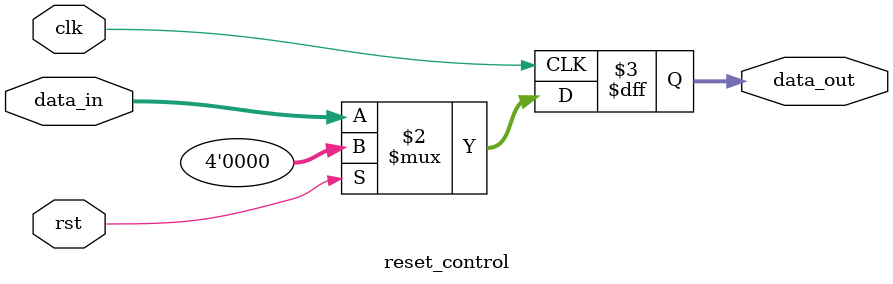
<source format=sv>
module sync_decoder_with_reset #(
    parameter ADDR_BITS = 2,
    parameter OUT_BITS = 4
)(
    input wire clk,
    input wire rst,
    input wire [ADDR_BITS-1:0] addr,
    output wire [OUT_BITS-1:0] decode
);

    // Internal signals
    wire [OUT_BITS-1:0] shift_out;
    wire [OUT_BITS-1:0] reset_out;

    // Shift module instance
    shift_module #(
        .ADDR_BITS(ADDR_BITS),
        .OUT_BITS(OUT_BITS)
    ) shift_inst (
        .addr(addr),
        .shift_out(shift_out)
    );

    // Reset control module instance
    reset_control #(
        .OUT_BITS(OUT_BITS)
    ) reset_inst (
        .clk(clk),
        .rst(rst),
        .data_in(shift_out),
        .data_out(reset_out)
    );

    // Output assignment
    assign decode = reset_out;

endmodule

// Shift module
module shift_module #(
    parameter ADDR_BITS = 2,
    parameter OUT_BITS = 4
)(
    input wire [ADDR_BITS-1:0] addr,
    output wire [OUT_BITS-1:0] shift_out
);

    assign shift_out = (1 << addr);

endmodule

// Reset control module
module reset_control #(
    parameter OUT_BITS = 4
)(
    input wire clk,
    input wire rst,
    input wire [OUT_BITS-1:0] data_in,
    output reg [OUT_BITS-1:0] data_out
);

    always @(posedge clk) begin
        data_out <= rst ? {OUT_BITS{1'b0}} : data_in;
    end

endmodule
</source>
